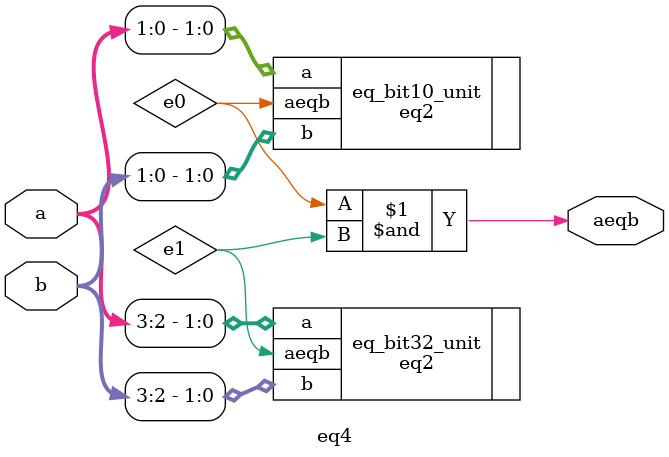
<source format=v>
module eq4
  (
   input wire [3:0] a, b,
   output wire      aeqb
   );

   wire             e0, e1;

   eq2 eq_bit10_unit (.a(a[1:0]), .b(b[1:0]), .aeqb(e0));
   eq2 eq_bit32_unit (.a(a[3:2]), .b(b[3:2]), .aeqb(e1));

   assign aeqb = e0 & e1;

endmodule

</source>
